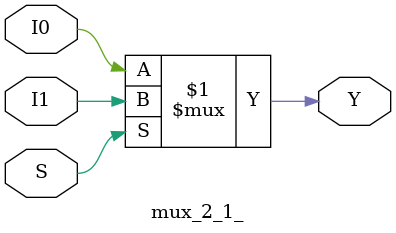
<source format=v>
`timescale 1ns / 1ps
module mux_2_1_(
output Y,
input I1,I0,
input S
    );
    
assign Y= (S)?I1:I0;
endmodule

</source>
